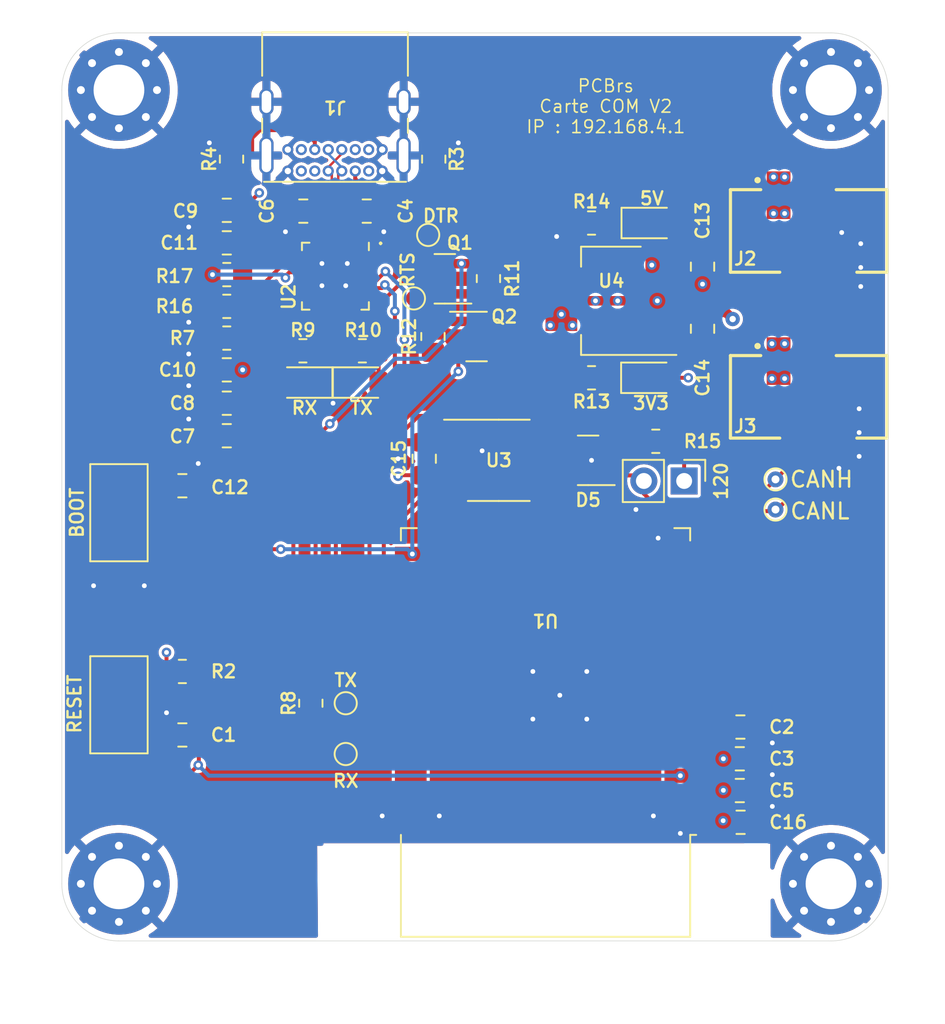
<source format=kicad_pcb>
(kicad_pcb (version 20211014) (generator pcbnew)
  (layers (0 "F.Cu" signal) (1 "In1.Cu" power) (2 "In2.Cu" power) (31 "B.Cu" signal) (34 "B.Paste" user) (35 "F.Paste" user) (36 "B.SilkS" user "B.Silkscreen") (37 "F.SilkS" user "F.Silkscreen") (38 "B.Mask" user) (39 "F.Mask" user) (44 "Edge.Cuts" user))
  (net 0 "")
  (net 1 "GND")
  (net 2 "Net-(R16-Pad1)")
  (net 3 "/EN")
  (net 4 "+3V3")
  (net 5 "/USB+")
  (net 6 "/USB-")
  (net 7 "+5V")
  (net 8 "Net-(R9-Pad2)")
  (net 9 "Net-(D1-Pad2)")
  (net 10 "Net-(D2-Pad2)")
  (net 11 "Net-(D3-Pad1)")
  (net 12 "Net-(D4-Pad1)")
  (net 13 "/CANL")
  (net 14 "/CANH")
  (net 15 "Net-(J1-PadA5)")
  (net 18 "Net-(J1-PadB5)")
  (net 19 "Net-(JP1-Pad1)")
  (net 20 "/RTS")
  (net 21 "Net-(Q1-Pad1)")
  (net 22 "Net-(Q2-Pad1)")
  (net 23 "/IO0")
  (net 24 "/DTR")
  (net 25 "/RX")
  (net 26 "Net-(R8-Pad2)")
  (net 27 "Net-(R10-Pad2)")
  (net 28 "Net-(U2-Pad9)")
  (net 47 "/RXCAN")
  (net 50 "/TXCAN")
  (net 55 "/TX")
  (footprint "Capacitor_SMD:C_0805_2012Metric_Pad1.18x1.45mm_HandSolder" (layer "F.Cu") (at 120.9 117.7 180)
    (fp_text reference "C1")
    (fp_text value "100n")
  )
  (footprint "Capacitor_SMD:C_0805_2012Metric_Pad1.18x1.45mm_HandSolder" (layer "F.Cu") (at 156.0875 117.2 180)
    (fp_text reference "C2")
    (fp_text value "100n")
  )
  (footprint "Capacitor_SMD:C_0805_2012Metric_Pad1.18x1.45mm_HandSolder" (layer "F.Cu") (at 156.05 119.2)
    (fp_text reference "C3")
    (fp_text value "10u")
  )
  (footprint "Capacitor_SMD:C_0805_2012Metric_Pad1.18x1.45mm_HandSolder" (layer "F.Cu") (at 156.05 121.2)
    (fp_text reference "C5")
    (fp_text value "100n")
  )
  (footprint "Capacitor_SMD:C_0805_2012Metric_Pad1.18x1.45mm_HandSolder" (layer "F.Cu") (at 123.7 98.85 180)
    (fp_text reference "C7")
    (fp_text value "10u")
  )
  (footprint "Capacitor_SMD:C_0805_2012Metric_Pad1.18x1.45mm_HandSolder" (layer "F.Cu") (at 123.7 96.8 180)
    (fp_text reference "C8")
    (fp_text value "10u")
  )
  (footprint "Capacitor_SMD:C_0805_2012Metric_Pad1.18x1.45mm_HandSolder" (layer "F.Cu") (at 123.7 94.7 180)
    (fp_text reference "C10")
    (fp_text value "100n")
  )
  (footprint "Capacitor_SMD:C_0805_2012Metric_Pad1.18x1.45mm_HandSolder" (layer "F.Cu") (at 123.7 86.7 180)
    (fp_text reference "C11")
    (fp_text value "100n")
  )
  (footprint "Capacitor_SMD:C_0805_2012Metric_Pad1.18x1.45mm_HandSolder" (layer "F.Cu") (at 120.9 102)
    (fp_text reference "C12")
    (fp_text value "100n")
  )
  (footprint "Capacitor_SMD:C_0805_2012Metric_Pad1.18x1.45mm_HandSolder" (layer "F.Cu") (at 153.7 88.2 90)
    (fp_text reference "C13")
    (fp_text value "10u")
  )
  (footprint "Capacitor_SMD:C_0805_2012Metric_Pad1.18x1.45mm_HandSolder" (layer "F.Cu") (at 153.7 92.1125 -90)
    (fp_text reference "C14")
    (fp_text value "10u")
  )
  (footprint "Capacitor_SMD:C_0805_2012Metric_Pad1.18x1.45mm_HandSolder" (layer "F.Cu") (at 136.15 100.3 90)
    (fp_text reference "C15")
    (fp_text value "100n")
  )
  (footprint "LED_SMD:LED_0805_2012Metric_Pad1.15x1.40mm_HandSolder" (layer "F.Cu") (at 128.5 95.5 180)
    (fp_text reference "RX")
    (fp_text value "LED_RX")
  )
  (footprint "LED_SMD:LED_0805_2012Metric_Pad1.15x1.40mm_HandSolder" (layer "F.Cu") (at 132.25 95.5)
    (fp_text reference "TX")
    (fp_text value "LED_TX")
  )
  (footprint "LED_SMD:LED_0805_2012Metric_Pad1.15x1.40mm_HandSolder" (layer "F.Cu") (at 150.425 95.2)
    (fp_text reference "3V3")
    (fp_text value "LED_33V")
  )
  (footprint "LED_SMD:LED_0805_2012Metric_Pad1.15x1.40mm_HandSolder" (layer "F.Cu") (at 150.45 85.45)
    (fp_text reference "5V")
    (fp_text value "LED_5V")
  )
  (footprint "Package_TO_SOT_SMD:SOT-23" (layer "F.Cu") (at 146.485 100.4 180)
    (fp_text reference "D5")
    (fp_text value "TVS")
  )
  (footprint "Connector_PinHeader_2.54mm:PinHeader_1x02_P2.54mm_Vertical" (layer "F.Cu") (at 152.54 101.7 -90)
    (fp_text reference "120")
    (fp_text value "JUMP")
  )
  (footprint "Package_TO_SOT_SMD:SOT-23" (layer "F.Cu") (at 137.45 88.964999 180)
    (fp_text reference "Q1")
    (fp_text value "Q_NPN_BCE")
  )
  (footprint "Package_TO_SOT_SMD:SOT-23" (layer "F.Cu") (at 139.45 92.6)
    (fp_text reference "Q2")
    (fp_text value "Q_NPN_BCE")
  )
  (footprint "Resistor_SMD:R_0805_2012Metric_Pad1.20x1.40mm_HandSolder" (layer "F.Cu") (at 120.9 113.7)
    (fp_text reference "R2")
    (fp_text value "10K")
  )
  (footprint "Resistor_SMD:R_0805_2012Metric_Pad1.20x1.40mm_HandSolder" (layer "F.Cu") (at 129 115.7 90)
    (fp_text reference "R8")
    (fp_text value "470")
  )
  (footprint "Resistor_SMD:R_0805_2012Metric_Pad1.20x1.40mm_HandSolder" (layer "F.Cu") (at 128.5 93.5)
    (fp_text reference "R9")
    (fp_text value "270")
  )
  (footprint "Resistor_SMD:R_0805_2012Metric_Pad1.20x1.40mm_HandSolder" (layer "F.Cu") (at 132.25 93.5 180)
    (fp_text reference "R10")
    (fp_text value "270")
  )
  (footprint "Resistor_SMD:R_0805_2012Metric_Pad1.20x1.40mm_HandSolder" (layer "F.Cu") (at 140.2 88.95 90)
    (fp_text reference "R11")
    (fp_text value "10K")
  )
  (footprint "Resistor_SMD:R_0805_2012Metric_Pad1.20x1.40mm_HandSolder" (layer "F.Cu") (at 136.7 92.6 -90)
    (fp_text reference "R12")
    (fp_text value "10K")
  )
  (footprint "Resistor_SMD:R_0805_2012Metric_Pad1.20x1.40mm_HandSolder" (layer "F.Cu") (at 146.7 95.2 180)
    (fp_text reference "R13")
    (fp_text value "270")
  )
  (footprint "Resistor_SMD:R_0805_2012Metric_Pad1.20x1.40mm_HandSolder" (layer "F.Cu") (at 146.7 85.45 180)
    (fp_text reference "R14")
    (fp_text value "560")
  )
  (footprint "Resistor_SMD:R_0805_2012Metric_Pad1.20x1.40mm_HandSolder" (layer "F.Cu") (at 150.75 99.2)
    (fp_text reference "R15")
    (fp_text value "120")
  )
  (footprint "Button_Switch_SMD:SW_SPST_FSMSM" (layer "F.Cu") (at 116.9 115.8 -90)
    (fp_text reference "RESET")
    (fp_text value "RST")
  )
  (footprint "Button_Switch_SMD:SW_SPST_FSMSM" (layer "F.Cu") (at 116.9 103.7 -90)
    (fp_text reference "BOOT")
    (fp_text value "BOOT")
  )
  (footprint "RF_Module:ESP32-WROOM-32" (layer "F.Cu") (at 143.8 114.55 180)
    (fp_text reference "U1")
    (fp_text value "ESP32-WROOM-32")
  )
  (footprint "Package_DFN_QFN:QFN-24-1EP_4x4mm_P0.5mm_EP2.6x2.6mm" (layer "F.Cu") (at 130.55 88.8 -90)
    (fp_text reference "U2")
    (fp_text value "CP2102N-A01-GQFN24")
  )
  (footprint "Package_SO:SOIC-8_3.9x4.9mm_P1.27mm" (layer "F.Cu") (at 140.85 100.4)
    (fp_text reference "U3")
    (fp_text value "SN65HVD232")
  )
  (footprint "Package_TO_SOT_SMD:SOT-223-3_TabPin2" (layer "F.Cu") (at 147.95 90.35 180)
    (fp_text reference "U4")
    (fp_text value "NCP1117-3.3_SOT223")
  )
  (footprint "MountingHole:MountingHole_3.2mm_M3_Pad_Via" (layer "F.Cu") (at 116.9 127.075)
    (fp_text reference "H2" hide)
    (fp_text value "M")
  )
  (footprint "MountingHole:MountingHole_3.2mm_M3_Pad_Via" (layer "F.Cu") (at 161.8 127.075)
    (fp_text reference "H4" hide)
    (fp_text value "M")
  )
  (footprint "Capacitor_SMD:C_0805_2012Metric_Pad1.18x1.45mm_HandSolder" (layer "F.Cu") (at 123.7 84.65 180)
    (fp_text reference "C9")
    (fp_text value "10u")
  )
  (footprint "Capacitor_SMD:C_0805_2012Metric_Pad1.18x1.45mm_HandSolder" (layer "F.Cu") (at 132.525 84.7)
    (fp_text reference "C4")
    (fp_text value "47p")
  )
  (footprint "Capacitor_SMD:C_0805_2012Metric_Pad1.18x1.45mm_HandSolder" (layer "F.Cu") (at 128.525 84.7 180)
    (fp_text reference "C6")
    (fp_text value "47p")
  )
  (footprint "Resistor_SMD:R_0805_2012Metric_Pad1.20x1.40mm_HandSolder" (layer "F.Cu") (at 124 81.425 90)
    (fp_text reference "R4")
    (fp_text value "5.1K")
  )
  (footprint "Resistor_SMD:R_0805_2012Metric_Pad1.20x1.40mm_HandSolder" (layer "F.Cu") (at 136.75 81.425 -90)
    (fp_text reference "R3")
    (fp_text value "5.1K")
  )
  (footprint "AREA_lib_Connector:690367290476" (layer "F.Cu") (at 160.4 96.4 180)
    (fp_text reference "J3")
    (fp_text value "CAN")
  )
  (footprint "AREA_lib_Connector:690367290476" (layer "F.Cu") (at 160.4 85.950001 180)
    (fp_text reference "J2")
    (fp_text value "CAN")
  )
  (footprint "MountingHole:MountingHole_3.2mm_M3_Pad_Via" (layer "F.Cu") (at 116.9 77.075)
    (fp_text reference "H1" hide)
    (fp_text value "M")
  )
  (footprint "MountingHole:MountingHole_3.2mm_M3_Pad_Via" (layer "F.Cu") (at 161.8 77.075)
    (fp_text reference "H3" hide)
    (fp_text value "M")
  )
  (footprint "Connector_USB:USB_C_Receptacle_GCT_USB4085" (layer "F.Cu") (at 133.5 82.175 180)
    (fp_text reference "J1")
    (fp_text value "USB_C_Receptacle_USB2.0")
  )
  (footprint "Resistor_SMD:R_0805_2012Metric_Pad1.20x1.40mm_HandSolder" (layer "F.Cu") (at 123.7 92.7)
    (fp_text reference "R7")
    (fp_text value "22k1")
  )
  (footprint "TestPoint:TestPoint_Pad_D1.0mm" (layer "F.Cu") (at 131.2 118.9)
    (fp_text reference "RX")
    (fp_text value "RX")
  )
  (footprint "Resistor_SMD:R_0805_2012Metric_Pad1.20x1.40mm_HandSolder" (layer "F.Cu") (at 123.7 90.7 180)
    (fp_text reference "R16")
    (fp_text value "47k5")
  )
  (footprint "TestPoint:TestPoint_Pad_D1.0mm" (layer "F.Cu") (at 131.2 115.7)
    (fp_text reference "TX")
    (fp_text value "TX")
  )
  (footprint "TestPoint:TestPoint_Pad_D1.0mm" (layer "F.Cu") (at 135.5 90.2)
    (fp_text reference "RTS")
    (fp_text value "RTS")
  )
  (footprint "TestPoint:TestPoint_THTPad_D1.0mm_Drill0.5mm" (layer "F.Cu") (at 158.3 101.6)
    (fp_text reference "CANH")
    (fp_text value "CANH")
  )
  (footprint "TestPoint:TestPoint_THTPad_D1.0mm_Drill0.5mm" (layer "F.Cu") (at 158.3 103.5)
    (fp_text reference "CANL")
    (fp_text value "CANL")
  )
  (footprint "TestPoint:TestPoint_Pad_D1.0mm" (layer "F.Cu") (at 136.4 86.2)
    (fp_text reference "DTR")
    (fp_text value "DTR")
  )
  (footprint "Capacitor_SMD:C_0805_2012Metric_Pad1.18x1.45mm_HandSolder" (layer "F.Cu") (at 156.1 123.2)
    (fp_text reference "C16")
    (fp_text value "10u")
  )
  (footprint "Resistor_SMD:R_0805_2012Metric_Pad1.20x1.40mm_HandSolder" (layer "F.Cu") (at 123.7 88.7 180)
    (fp_text reference "R17")
    (fp_text value "10k")
  )
  (gr_arc (start 116.9 130.675) (mid 114.354416 129.620584) (end 113.3 127.075) (layer "Edge.Cuts") (width 0.0381))
  (gr_line (start 161.8 130.675) (end 116.9 130.675) (layer "Edge.Cuts") (width 0.0381))
  (gr_line (start 165.4 77.075) (end 165.4 127.075) (layer "Edge.Cuts") (width 0.0381))
  (gr_line (start 116.9 73.475) (end 161.8 73.475) (layer "Edge.Cuts") (width 0.0381))
  (gr_arc (start 113.3 77.075) (mid 114.354416 74.529416) (end 116.9 73.475) (layer "Edge.Cuts") (width 0.0381))
  (gr_line (start 113.3 127.075) (end 113.3 77.075) (layer "Edge.Cuts") (width 0.0381))
  (gr_arc (start 161.8 73.475) (mid 164.345584 74.529416) (end 165.4 77.075) (layer "Edge.Cuts") (width 0.0381))
  (gr_arc (start 165.4 127.075) (mid 164.345584 129.620584) (end 161.8 130.675) (layer "Edge.Cuts") (width 0.0381))
  (gr_text "." (at 133.4 86.4) (layer "F.SilkS") (effects (font (size 0.8128 0.8128) (thickness 0.1524))))
  (gr_text "PCBrs\nCarte COM V2\nIP : 192.168.4.1" (at 147.6 78.1) (layer "F.SilkS") (effects (font (size 0.8 0.8) (thickness 0.1))))
  (segment (start 131.3 86.8625) (end 131.3 88) (width 0.25) (layer "F.Cu") (net 1))
  (via (at 146.7 100.4) (size 0.6) (drill 0.3) (layers "F.Cu" "B.Cu") (net 1))
  (via (at 121.3 95.7) (size 0.6) (drill 0.3) (layers "F.Cu" "B.Cu") (net 1))
  (via (at 133.6 86) (size 0.6) (drill 0.3) (layers "F.Cu" "B.Cu") (net 1))
  (via (at 121.3 97.8) (size 0.6) (drill 0.3) (layers "F.Cu" "B.Cu") (net 1))
  (via (at 121.9 100.6) (size 0.6) (drill 0.3) (layers "F.Cu" "B.Cu") (net 1))
  (via (at 121.3 93.7) (size 0.6) (drill 0.3) (layers "F.Cu" "B.Cu") (net 1))
  (via (at 129.7 89.4) (size 0.6) (drill 0.3) (layers "F.Cu" "B.Cu") (net 1))
  (via (at 158.1 118.2) (size 0.6) (drill 0.3) (layers "F.Cu" "B.Cu") (net 1))
  (via (at 163.575 98.650001) (size 0.6) (drill 0.3) (layers "F.Cu" "B.Cu") (net 1))
  (via (at 130.4 96.8) (size 0.6) (drill 0.3) (layers "F.Cu" "B.Cu") (net 1))
  (via (at 143 113.7) (size 0.6) (drill 0.3) (layers "F.Cu" "B.Cu") (net 1))
  (via (at 143 116.7) (size 0.6) (drill 0.3) (layers "F.Cu" "B.Cu") (net 1))
  (via (at 119.9 116.3) (size 0.6) (drill 0.3) (layers "F.Cu" "B.Cu") (net 1))
  (via (at 162.475 86.050001) (size 0.6) (drill 0.3) (layers "F.Cu" "B.Cu") (net 1))
  (via (at 162.3 100.9) (size 0.6) (drill 0.3) (layers "F.Cu" "B.Cu") (net 1))
  (via (at 118.5 108.3) (size 0.6) (drill 0.3) (layers "F.Cu" "B.Cu") (net 1))
  (via (at 131.2 89.4) (size 0.6) (drill 0.3) (layers "F.Cu" "B.Cu") (net 1))
  (via (at 134.5 100.3) (size 0.6) (drill 0.3) (layers "F.Cu" "B.Cu") (net 1))
  (via (at 163.675 89.450001) (size 0.6) (drill 0.3) (layers "F.Cu" "B.Cu") (net 1))
  (via (at 115.3 108.3) (size 0.6) (drill 0.3) (layers "F.Cu" "B.Cu") (net 1))
  (via (at 163.575 97.150001) (size 0.6) (drill 0.3) (layers "F.Cu" "B.Cu") (net 1))
  (via (at 152.3 123.9) (size 0.6) (drill 0.3) (layers "F.Cu" "B.Cu") (net 1))
  (via (at 158.1 122.2) (size 0.6) (drill 0.3) (layers "F.Cu" "B.Cu") (net 1))
  (via (at 150.6 122.8) (size 0.6) (drill 0.3) (layers "F.Cu" "B.Cu") (net 1))
  (via (at 138.3 80.4) (size 0.6) (drill 0.3) (layers "F.Cu" "B.Cu") (net 1))
  (via (at 127.4 86) (size 0.6) (drill 0.3) (layers "F.Cu" "B.Cu") (net 1))
  (via (at 146.4 116.7) (size 0.6) (drill 0.3) (layers "F.Cu" "B.Cu") (net 1))
  (via (at 163.575 100.150001) (size 0.6) (drill 0.3) (layers "F.Cu" "B.Cu") (net 1))
  (via (at 121.3 91.7) (size 0.6) (drill 0.3) (layers "F.Cu" "B.Cu") (net 1))
  (via (at 158.1 120.2) (size 0.6) (drill 0.3) (layers "F.Cu" "B.Cu") (net 1))
  (via (at 144.7 115.2) (size 0.6) (drill 0.3) (layers "F.Cu" "B.Cu") (net 1))
  (via (at 121.3 85.7) (size 0.6) (drill 0.3) (layers "F.Cu" "B.Cu") (net 1))
  (via (at 122.6 80.4) (size 0.6) (drill 0.3) (layers "F.Cu" "B.Cu") (net 1))
  (via (at 131.3 88) (size 0.6) (drill 0.3) (layers "F.Cu" "B.Cu") (net 1))
  (via (at 149.5 103.5) (size 0.6) (drill 0.3) (layers "F.Cu" "B.Cu") (net 1))
  (via (at 129.7 88) (size 0.6) (drill 0.3) (layers "F.Cu" "B.Cu") (net 1))
  (via (at 133.5 122.8) (size 0.6) (drill 0.3) (layers "F.Cu" "B.Cu") (net 1))
  (via (at 137.1 122.8) (size 0.6) (drill 0.3) (layers "F.Cu" "B.Cu") (net 1))
  (via (at 139.8 99.8) (size 0.6) (drill 0.3) (layers "F.Cu" "B.Cu") (net 1))
  (via (at 163.675 86.750001) (size 0.6) (drill 0.3) (layers "F.Cu" "B.Cu") (net 1))
  (via (at 150.9 105.3) (size 0.6) (drill 0.3) (layers "F.Cu" "B.Cu") (net 1))
  (via (at 144.5 86.3) (size 0.6) (drill 0.3) (layers "F.Cu" "B.Cu") (net 1))
  (via (at 146.4 113.7) (size 0.6) (drill 0.3) (layers "F.Cu" "B.Cu") (net 1))
  (via (at 163.675 88.250001) (size 0.6) (drill 0.3) (layers "F.Cu" "B.Cu") (net 1))
  (segment (start 127.25 88.05) (end 124.7 90.6) (width 0.25) (layer "F.Cu") (net 2))
  (segment (start 128.6125 88.05) (end 127.25 88.05) (width 0.25) (layer "F.Cu") (net 2))
  (segment (start 124.7 92.7) (end 124.7 90.7) (width 0.25) (layer "F.Cu") (net 2))
  (segment (start 153.8 117.3) (end 153.9 117.2) (width 0.25) (layer "F.Cu") (net 3))
  (segment (start 153.8 120) (end 153.8 117.3) (width 0.25) (layer "F.Cu") (net 3))
  (segment (start 121.11 120.39) (end 116.9 120.39) (width 0.25) (layer "F.Cu") (net 3))
  (segment (start 123.5 113.7) (end 127.9 109.3) (width 0.25) (layer "F.Cu") (net 3))
  (segment (start 153.535 120.265) (end 153.8 120) (width 0.25) (layer "F.Cu") (net 3))
  (segment (start 127.9 100.4) (end 130.2 98.1) (width 0.25) (layer "F.Cu") (net 3))
  (segment (start 121.9 113.7) (end 123.5 113.7) (width 0.25) (layer "F.Cu") (net 3))
  (segment (start 121.9375 119.5625) (end 121.11 120.39) (width 0.25) (layer "F.Cu") (net 3))
  (segment (start 127.9 109.3) (end 127.9 100.4) (width 0.25) (layer "F.Cu") (net 3))
  (segment (start 152.3 120.265) (end 153.535 120.265) (width 0.25) (layer "F.Cu") (net 3))
  (segment (start 153.9 117.2) (end 155.05 117.2) (width 0.25) (layer "F.Cu") (net 3))
  (segment (start 121.9 113.7) (end 121.9 117.6625) (width 0.25) (layer "F.Cu") (net 3))
  (segment (start 121.9375 117.7) (end 121.9375 119.5625) (width 0.25) (layer "F.Cu") (net 3))
  (segment (start 121.9 117.6625) (end 121.9375 117.7) (width 0.25) (layer "F.Cu") (net 3))
  (via (at 130.2 98.1) (size 0.6) (drill 0.3) (layers "F.Cu" "B.Cu") (net 3))
  (via (at 121.9 119.6) (size 0.6) (drill 0.3) (layers "F.Cu" "B.Cu") (net 3))
  (via (at 152.3 120.265) (size 0.6) (drill 0.3) (layers "F.Cu" "B.Cu") (net 3))
  (via (at 138.5 88) (size 0.6) (drill 0.3) (layers "F.Cu" "B.Cu") (net 3))
  (segment (start 130.2 98.1) (end 134.3 94) (width 0.25) (layer "B.Cu") (net 3))
  (segment (start 134.3 94) (end 135.7 94) (width 0.25) (layer "B.Cu") (net 3))
  (segment (start 135.7 94) (end 136.2 94) (width 0.25) (layer "B.Cu") (net 3))
  (segment (start 152.3 120.265) (end 122.565 120.265) (width 0.25) (layer "B.Cu") (net 3))
  (segment (start 138.5 91.7) (end 138.5 88) (width 0.25) (layer "B.Cu") (net 3))
  (segment (start 122.565 120.265) (end 121.9 119.6) (width 0.25) (layer "B.Cu") (net 3))
  (segment (start 136.2 94) (end 138.5 91.7) (width 0.25) (layer "B.Cu") (net 3))
  (segment (start 155.0125 119.2) (end 155.0125 121.1875) (width 0.4) (layer "F.Cu") (net 4))
  (segment (start 148.35 90.35) (end 150.85 90.35) (width 0.6) (layer "F.Cu") (net 4))
  (segment (start 134.5625 101.3375) (end 134.5 101.4) (width 0.25) (layer "F.Cu") (net 4))
  (segment (start 119.9 113.7) (end 119.9 112.5) (width 0.25) (layer "F.Cu") (net 4))
  (segment (start 153.7 91.075) (end 155.175 91.075) (width 0.6) (layer "F.Cu") (net 4))
  (segment (start 125.75 83.55) (end 125.8 83.5) (width 0.25) (layer "F.Cu") (net 4))
  (segment (start 144.8 90.35) (end 146.95 90.35) (width 0.6) (layer "F.Cu") (net 4))
  (segment (start 128.6 86.9) (end 128.6 87.5375) (width 0.25) (layer "F.Cu") (net 4))
  (segment (start 124.7375 86.7) (end 124.7375 84.65) (width 0.25) (layer "F.Cu") (net 4))
  (segment (start 155.0125 121.1875) (end 155.0125 123.0875) (width 0.4) (layer "F.Cu") (net 4))
  (segment (start 155.0125 123.0875) (end 155 123.1) (width 0.4) (layer "F.Cu") (net 4))
  (segment (start 150.85 90.35) (end 151.1 90.35) (width 0.6) (layer "F.Cu") (net 4))
  (segment (start 124.7375 84.65) (end 124.7375 84.5625) (width 0.25) (layer "F.Cu") (net 4))
  (segment (start 124.7375 84.5625) (end 125.75 83.55) (width 0.25) (layer "F.Cu") (net 4))
  (segment (start 155.0125 122.7875) (end 155 122.8) (width 0.25) (layer "F.Cu") (net 4))
  (segment (start 151.825 91.075) (end 151.1 90.35) (width 0.6) (layer "F.Cu") (net 4))
  (segment (start 124.7 88.7) (end 124.7 86.7375) (width 0.25) (layer "F.Cu") (net 4))
  (segment (start 155.175 91.075) (end 155.6 91.5) (width 0.6) (layer "F.Cu") (net 4))
  (segment (start 129.2625 86.9) (end 129.3 86.8625) (width 0.25) (layer "F.Cu") (net 4))
  (segment (start 128 86.7) (end 128.2 86.9) (width 0.25) (layer "F.Cu") (net 4))
  (segment (start 128.6 86.9) (end 129.2625 86.9) (width 0.25) (layer "F.Cu") (net 4))
  (segment (start 136.3875 101.1) (end 138.31 101.1) (width 0.25) (layer "F.Cu") (net 4))
  (segment (start 124.7 86.7375) (end 124.7375 86.7) (width 0.25) (layer "F.Cu") (net 4))
  (segment (start 151.45 95.2) (end 152.8 95.2) (width 0.25) (layer "F.Cu") (net 4))
  (segment (start 128.6 87.5375) (end 128.6125 87.55) (width 0.25) (layer "F.Cu") (net 4))
  (segment (start 128.2 86.9) (end 128.6 86.9) (width 0.25) (layer "F.Cu") (net 4))
  (segment (start 120 113.6) (end 119.9 113.7) (width 0.25) (layer "F.Cu") (net 4))
  (segment (start 146.95 90.35) (end 148.35 90.35) (width 0.6) (layer "F.Cu") (net 4))
  (segment (start 136.15 101.3375) (end 134.5625 101.3375) (width 0.25) (layer "F.Cu") (net 4))
  (segment (start 154.6775 121.535) (end 155.0125 121.2) (width 0.4) (layer "F.Cu") (net 4))
  (segment (start 152.3 121.535) (end 154.6775 121.535) (width 0.4) (layer "F.Cu") (net 4))
  (segment (start 153.7 91.075) (end 151.825 91.075) (width 0.6) (layer "F.Cu") (net 4))
  (segment (start 124.7375 86.7) (end 128 86.7) (width 0.25) (layer "F.Cu") (net 4))
  (segment (start 138.31 101.1) (end 138.375 101.035) (width 0.25) (layer "F.Cu") (net 4))
  (segment (start 136.15 101.3375) (end 136.3875 101.1) (width 0.25) (layer "F.Cu") (net 4))
  (via (at 144.1 91.9) (size 0.6) (drill 0.3) (layers "F.Cu" "B.Cu") (net 4))
  (via (at 146.95 90.35) (size 0.6) (drill 0.3) (layers "F.Cu" "B.Cu") (net 4))
  (via (at 145.5 91.9) (size 0.6) (drill 0.3) (layers "F.Cu" "B.Cu") (net 4))
  (via (at 150.85 90.35) (size 0.6) (drill 0.3) (layers "F.Cu" "B.Cu") (net 4))
  (via (at 134.5 101.4) (size 0.6) (drill 0.3) (layers "F.Cu" "B.Cu") (net 4))
  (via (at 148.35 90.35) (size 0.6) (drill 0.3) (layers "F.Cu" "B.Cu") (net 4))
  (via (at 144.8 91.2) (size 0.6) (drill 0.3) (layers "F.Cu" "B.Cu") (net 4))
  (via (at 155.0125 119.2) (size 0.6) (drill 0.3) (layers "F.Cu" "B.Cu") (net 4))
  (via (at 155.0125 121.1875) (size 0.6) (drill 0.3) (layers "F.Cu" "B.Cu") (net 4))
  (via (at 155.6 91.5) (size 0.9) (drill 0.4) (layers "F.Cu" "B.Cu") (net 4))
  (via (at 119.9 112.5) (size 0.6) (drill 0.3) (layers "F.Cu" "B.Cu") (net 4))
  (via (at 152.8 95.2) (size 0.6) (drill 0.3) (layers "F.Cu" "B.Cu") (net 4))
  (via (at 125.75 83.55) (size 0.6) (drill 0.3) (layers "F.Cu" "B.Cu") (net 4))
  (via (at 155 123.1) (size 0.6) (drill 0.3) (layers "F.Cu" "B.Cu") (net 4))
  (segment (start 130.728201 83.940701) (end 131.4875 84.7) (width 0.1524) (layer "F.Cu") (net 5))
  (segment (start 130.7282 86.145532) (end 130.7282 86.7907) (width 0.15) (layer "F.Cu") (net 5))
  (segment (start 131.4875 84.7) (end 130.728201 85.459299) (width 0.1524) (layer "F.Cu") (net 5))
  (segment (start 130.728201 82.396799) (end 130.7282 83.2) (width 0.1524) (layer "F.Cu") (net 5))
  (segment (start 130.7282 86.7907) (end 130.8 86.8625) (width 0.15) (layer "F.Cu") (net 5))
  (segment (start 130.95 82.175) (end 130.728201 82.396799) (width 0.1524) (layer "F.Cu") (net 5))
  (segment (start 130.728201 85.459299) (end 130.7282 86.145532) (width 0.1524) (layer "F.Cu") (net 5))
  (segment (start 130.7282 83.2) (end 130.728201 83.940701) (width 0.1524) (layer "F.Cu") (net 5))
  (segment (start 130.1 81.1) (end 130.95 81.95) (width 0.15) (layer "B.Cu") (net 5))
  (segment (start 130.1 80.825) (end 130.1 81.1) (width 0.15) (layer "B.Cu") (net 5))
  (segment (start 130.95 81.95) (end 130.95 82.175) (width 0.15) (layer "B.Cu") (net 5))
  (segment (start 130.1 82.175) (end 130.321799 82.396799) (width 0.1524) (layer "F.Cu") (net 6))
  (segment (start 130.3218 86.145532) (end 130.3218 86.8407) (width 0.15) (layer "F.Cu") (net 6))
  (segment (start 130.1 81.9375) (end 130.95 81.0875) (width 0.15) (layer "F.Cu") (net 6))
  (segment (start 130.321799 82.396799) (end 130.3218 83.2) (width 0.1524) (layer "F.Cu") (net 6))
  (segment (start 130.3218 83.2) (end 130.321799 83.940701) (width 0.1524) (layer "F.Cu") (net 6))
  (segment (start 130.321799 83.940701) (end 129.5625 84.7) (width 0.1524) (layer "F.Cu") (net 6))
  (segment (start 130.3218 86.8407) (end 130.3 86.8625) (width 0.15) (layer "F.Cu") (net 6))
  (segment (start 130.95 81.0875) (end 130.95 80.825) (width 0.15) (layer "F.Cu") (net 6))
  (segment (start 130.1 82.175) (end 130.1 81.9375) (width 0.15) (layer "F.Cu") (net 6))
  (segment (start 129.5625 84.7) (end 130.321799 85.459299) (width 0.1524) (layer "F.Cu") (net 6))
  (segment (start 130.321799 85.459299) (end 130.3218 86.145532) (width 0.1524) (layer "F.Cu") (net 6))
  (segment (start 124.7375 94.7) (end 124.7 94.7) (width 0.25) (layer "F.Cu") (net 7))
  (segment (start 124.7375 96.8) (end 124.7375 94.7) (width 0.25) (layer "F.Cu") (net 7))
  (segment (start 122.7375 92.7) (end 122.7 92.7) (width 0.25) (layer "F.Cu") (net 7))
  (segment (start 151.1 85.825) (end 151.475 85.45) (width 0.25) (layer "F.Cu") (net 7))
  (segment (start 124.7375 94.7) (end 122.7375 92.7) (width 0.25) (layer "F.Cu") (net 7))
  (segment (start 124.7375 98.85) (end 124.7375 96.8) (width 0.25) (layer "F.Cu") (net 7))
  (segment (start 151.1 88.05) (end 151.1 85.825) (width 0.25) (layer "F.Cu") (net 7))
  (via (at 153.7 89.3) (size 0.6) (drill 0.3) (layers "F.Cu" "B.Cu") (net 7))
  (via (at 158.875 95.250001) (size 0.6) (drill 0.3) (layers "F.Cu" "B.Cu") (net 7))
  (via (at 158.875 84.850001) (size 0.6) (drill 0.3) (layers "F.Cu" "B.Cu") (net 7))
  (via (at 158.175 84.850001) (size 0.6) (drill 0.3) (layers "F.Cu" "B.Cu") (net 7))
  (via (at 158.175 82.550001) (size 0.6) (drill 0.3) (layers "F.Cu" "B.Cu") (net 7))
  (via (at 158.075 93.050001) (size 0.6) (drill 0.3) (layers "F.Cu" "B.Cu") (net 7))
  (via (at 158.875 82.550001) (size 0.6) (drill 0.3) (layers "F.Cu" "B.Cu") (net 7))
  (via (at 158.075 95.250001) (size 0.6) (drill 0.3) (layers "F.Cu" "B.Cu") (net 7))
  (via (at 124.7 94.7) (size 0.6) (drill 0.3) (layers "F.Cu" "B.Cu") (net 7))
  (via (at 158.875 93.050001) (size 0.6) (drill 0.3) (layers "F.Cu" "B.Cu") (net 7))
  (via (at 150.5 88.1) (size 0.6) (drill 0.3) (layers "F.Cu" "B.Cu") (net 7))
  (segment (start 129.3 93.3) (end 129.5 93.5) (width 0.25) (layer "F.Cu") (net 8))
  (segment (start 129.3 90.7375) (end 129.3 93.3) (width 0.25) (layer "F.Cu") (net 8))
  (segment (start 127.5 93.5) (end 127.5 95.475) (width 0.25) (layer "F.Cu") (net 9))
  (segment (start 127.5 95.475) (end 127.475 95.5) (width 0.25) (layer "F.Cu") (net 9))
  (segment (start 133.275 95.5) (end 133.275 93.525) (width 0.25) (layer "F.Cu") (net 10))
  (segment (start 133.275 93.525) (end 133.25 93.5) (width 0.25) (layer "F.Cu") (net 10))
  (segment (start 147.7 95.2) (end 149.4 95.2) (width 0.25) (layer "F.Cu") (net 11))
  (segment (start 147.7 85.45) (end 149.425 85.45) (width 0.25) (layer "F.Cu") (net 12))
  (segment (start 158.3 103.6) (end 161.035 100.865) (width 0.25) (layer "F.Cu") (net 13))
  (segment (start 144.535 101.035) (end 144.85 101.35) (width 0.25) (layer "F.Cu") (net 13))
  (segment (start 144.85 101.35) (end 147.485 101.35) (width 0.25) (layer "F.Cu") (net 13))
  (segment (start 150 102.5) (end 151.1 103.6) (width 0.25) (layer "F.Cu") (net 13))
  (segment (start 147.485 101.35) (end 149.65 101.35) (width 0.25) (layer "F.Cu") (net 13))
  (segment (start 143.325 101.035) (end 144.535 101.035) (width 0.25) (layer "F.Cu") (net 13))
  (segment (start 149.65 101.35) (end 150 101.7) (width 0.25) (layer "F.Cu") (net 13))
  (segment (start 150 101.7) (end 150 102.5) (width 0.25) (layer "F.Cu") (net 13))
  (segment (start 151.1 103.6) (end 158.3 103.6) (width 0.25) (layer "F.Cu") (net 13))
  (segment (start 161.035 100.865) (end 161.035 94.15) (width 0.25) (layer "F.Cu") (net 13))
  (segment (start 161.035 94.15) (end 161.035 83.700001) (width 0.25) (layer "F.Cu") (net 13))
  (segment (start 159.765 100.135) (end 159.765 98.65) (width 0.25) (layer "F.Cu") (net 14))
  (segment (start 143.325 99.765) (end 144.635 99.765) (width 0.25) (layer "F.Cu") (net 14))
  (segment (start 147.485 99.45) (end 149.5 99.45) (width 0.25) (layer "F.Cu") (net 14))
  (segment (start 149.75 99.2) (end 151.2 100.65) (width 0.25) (layer "F.Cu") (net 14))
  (segment (start 159.765 98.65) (end 159.765 88.200001) (width 0.25) (layer "F.Cu") (net 14))
  (segment (start 151.2 100.65) (end 151.2 102.8) (width 0.25) (layer "F.Cu") (net 14))
  (segment (start 144.635 99.765) (end 144.95 99.45) (width 0.25) (layer "F.Cu") (net 14))
  (segment (start 149.5 99.45) (end 149.75 99.2) (width 0.25) (layer "F.Cu") (net 14))
  (segment (start 144.95 99.45) (end 147.485 99.45) (width 0.25) (layer "F.Cu") (net 14))
  (segment (start 151.4 103) (end 156.9 103) (width 0.25) (layer "F.Cu") (net 14))
  (segment (start 151.2 102.8) (end 151.4 103) (width 0.25) (layer "F.Cu") (net 14))
  (segment (start 156.9 103) (end 159.765 100.135) (width 0.25) (layer "F.Cu") (net 14))
  (segment (start 131.8 82.669974) (end 132.330026 83.2) (width 0.25) (layer "F.Cu") (net 15))
  (segment (start 132.330026 83.2) (end 135.975 83.2) (width 0.25) (layer "F.Cu") (net 15))
  (segment (start 131.8 82.175) (end 131.8 82.669974) (width 0.25) (layer "F.Cu") (net 15))
  (segment (start 135.975 83.2) (end 136.75 82.425) (width 0.25) (layer "F.Cu") (net 15))
  (segment (start 124 82.425) (end 125.3 81.125) (width 0.25) (layer "F.Cu") (net 18))
  (segment (start 128.519974 79.6) (end 129.25 80.330026) (width 0.25) (layer "F.Cu") (net 18))
  (segment (start 129.25 80.330026) (end 129.25 80.825) (width 0.25) (layer "F.Cu") (net 18))
  (segment (start 125.3 81.125) (end 125.3 80.1) (width 0.25) (layer "F.Cu") (net 18))
  (segment (start 125.3 80.1) (end 125.8 79.6) (width 0.25) (layer "F.Cu") (net 18))
  (segment (start 125.8 79.6) (end 128.519974 79.6) (width 0.25) (layer "F.Cu") (net 18))
  (segment (start 151.75 99.2) (end 152.54 99.99) (width 0.25) (layer "F.Cu") (net 19))
  (segment (start 152.54 99.99) (end 152.54 101.7) (width 0.25) (layer "F.Cu") (net 19))
  (segment (start 132.4875 90.05) (end 133.85 90.05) (width 0.25) (layer "F.Cu") (net 20))
  (segment (start 136.379941 93.6) (end 136.7 93.6) (width 0.25) (layer "F.Cu") (net 20))
  (segment (start 134.935001 88.964999) (end 135.435001 88.964999) (width 0.25) (layer "F.Cu") (net 20))
  (segment (start 133.85 90.05) (end 134.935001 88.964999) (width 0.25) (layer "F.Cu") (net 20))
  (segment (start 135.451501 92.67156) (end 136.379941 93.6) (width 0.25) (layer "F.Cu") (net 20))
  (segment (start 135.435001 88.964999) (end 135.451501 88.981499) (width 0.25) (layer "F.Cu") (net 20))
  (segment (start 135.451501 88.981499) (end 135.451501 92.67156) (width 0.25) (layer "F.Cu") (net 20))
  (segment (start 135.435001 88.964999) (end 136.45 88.964999) (width 0.25) (layer "F.Cu") (net 20))
  (segment (start 140.164999 89.914999) (end 140.2 89.95) (width 0.25) (layer "F.Cu") (net 21))
  (segment (start 138.45 89.914999) (end 140.164999 89.914999) (width 0.25) (layer "F.Cu") (net 21))
  (segment (start 136.7 91.6) (end 138.4 91.6) (width 0.25) (layer "F.Cu") (net 22))
  (segment (start 138.4 91.6) (end 138.45 91.65) (width 0.25) (layer "F.Cu") (net 22))
  (segment (start 116.9 99.11) (end 119.31 99.11) (width 0.25) (layer "F.Cu") (net 23))
  (segment (start 119.9 101.9625) (end 119.8625 102) (width 0.25) (layer "F.Cu") (net 23))
  (segment (start 119.31 99.11) (end 119.9 99.7) (width 0.25) (layer "F.Cu") (net 23))
  (segment (start 138.3 94.8) (end 138.3 93.7) (width 0.25) (layer "F.Cu") (net 23))
  (segment (start 119.8625 102) (end 119.8625 102.9625) (width 0.25) (layer "F.Cu") (net 23))
  (segment (start 119.9 99.7) (end 119.9 101.9625) (width 0.25) (layer "F.Cu") (net 23))
  (segment (start 122.9 106) (end 127.1 106) (width 0.25) (layer "F.Cu") (net 23))
  (segment (start 119.8625 102.9625) (end 122.9 106) (width 0.25) (layer "F.Cu") (net 23))
  (segment (start 138.3 93.7) (end 138.45 93.55) (width 0.25) (layer "F.Cu") (net 23))
  (via (at 127.1 106) (size 0.6) (drill 0.3) (layers "F.Cu" "B.Cu") (net 23))
  (via (at 135.4 106.3) (size 0.6) (drill 0.3) (layers "F.Cu" "B.Cu") (net 23))
  (via (at 138.3 94.8) (size 0.6) (drill 0.3) (layers "F.Cu" "B.Cu") (net 23))
  (segment (start 135.4 106.3) (end 135.4 97.7) (width 0.25) (layer "B.Cu") (net 23))
  (segment (start 135.4 97.7) (end 138.3 94.8) (width 0.25) (layer "B.Cu") (net 23))
  (segment (start 135.1 106) (end 127.1 106) (width 0.25) (layer "B.Cu") (net 23))
  (segment (start 135.4 106.3) (end 135.1 106) (width 0.25) (layer "B.Cu") (net 23))
  (segment (start 141.5 88.3) (end 141.5 92.2) (width 0.25) (layer "F.Cu") (net 24))
  (segment (start 140.2 87) (end 140.2 87.95) (width 0.25) (layer "F.Cu") (net 24))
  (segment (start 140.2 87.95) (end 141.15 87.95) (width 0.25) (layer "F.Cu") (net 24))
  (segment (start 133.270059 88.05) (end 135.120059 86.2) (width 0.25) (layer "F.Cu") (net 24))
  (segment (start 135.120059 86.2) (end 139.4 86.2) (width 0.25) (layer "F.Cu") (net 24))
  (segment (start 141.1 92.6) (end 140.45 92.6) (width 0.25) (layer "F.Cu") (net 24))
  (segment (start 141.15 87.95) (end 141.5 88.3) (width 0.25) (layer "F.Cu") (net 24))
  (segment (start 139.4 86.2) (end 140.2 87) (width 0.25) (layer "F.Cu") (net 24))
  (segment (start 132.4875 88.05) (end 133.270059 88.05) (width 0.25) (layer "F.Cu") (net 24))
  (segment (start 141.5 92.2) (end 141.1 92.6) (width 0.25) (layer "F.Cu") (net 24))
  (segment (start 129 116.7) (end 131.295 118.995) (width 0.25) (layer "F.Cu") (net 25))
  (segment (start 131.295 118.995) (end 135.3 118.995) (width 0.25) (layer "F.Cu") (net 25))
  (segment (start 133.468961 89.55) (end 133.669511 89.34945) (width 0.25) (layer "F.Cu") (net 26))
  (segment (start 129.3 101.1) (end 134.3 96.1) (width 0.25) (layer "F.Cu") (net 26))
  (segment (start 129.3 114.4) (end 129.3 101.1) (width 0.25) (layer "F.Cu") (net 26))
  (segment (start 132.4875 89.55) (end 133.468961 89.55) (width 0.25) (layer "F.Cu") (net 26))
  (segment (start 134.3 96.1) (end 134.3 91) (width 0.25) (layer "F.Cu") (net 26))
  (segment (start 129 114.7) (end 129.3 114.4) (width 0.25) (layer "F.Cu") (net 26))
  (via (at 133.669511 89.34945) (size 0.6) (drill 0.3) (layers "F.Cu" "B.Cu") (net 26))
  (via (at 134.3 91) (size 0.6) (drill 0.3) (layers "F.Cu" "B.Cu") (net 26))
  (segment (start 134.3 91) (end 134.3 89.979939) (width 0.25) (layer "B.Cu") (net 26))
  (segment (start 134.3 89.979939) (end 133.669511 89.34945) (width 0.25) (layer "B.Cu") (net 26))
  (segment (start 129.8 90.7375) (end 129.8 91.6) (width 0.25) (layer "F.Cu") (net 27))
  (segment (start 129.8 91.6) (end 131.25 93.05) (width 0.25) (layer "F.Cu") (net 27))
  (segment (start 131.25 93.05) (end 131.25 93.5) (width 0.25) (layer "F.Cu") (net 27))
  (segment (start 127.65 88.55) (end 127.4 88.8) (width 0.25) (layer "F.Cu") (net 28))
  (segment (start 122.7 88.7) (end 122.8 88.7) (width 0.25) (layer "F.Cu") (net 28))
  (segment (start 128.6125 88.55) (end 127.65 88.55) (width 0.25) (layer "F.Cu") (net 28))
  (segment (start 127.4 88.8) (end 127.4 88.9) (width 0.25) (layer "F.Cu") (net 28))
  (via (at 127.4 88.9) (size 0.6) (drill 0.3) (layers "F.Cu" "B.Cu") (net 28))
  (via (at 122.8 88.7) (size 0.6) (drill 0.3) (layers "F.Cu" "B.Cu") (net 28))
  (segment (start 127.2 88.7) (end 127.4 88.9) (width 0.25) (layer "B.Cu") (net 28))
  (segment (start 122.8 88.7) (end 127.2 88.7) (width 0.25) (layer "B.Cu") (net 28))
  (segment (start 133.6 105.2) (end 136.495 102.305) (width 0.25) (layer "F.Cu") (net 47))
  (segment (start 135.3 107.565) (end 134.165 107.565) (width 0.25) (layer "F.Cu") (net 47))
  (segment (start 133.6 107) (end 133.6 105.2) (width 0.25) (layer "F.Cu") (net 47))
  (segment (start 136.495 102.305) (end 138.375 102.305) (width 0.25) (layer "F.Cu") (net 47))
  (segment (start 134.165 107.565) (end 133.6 107) (width 0.25) (layer "F.Cu") (net 47))
  (segment (start 133.375 111.375) (end 135.3 111.375) (width 0.25) (layer "F.Cu") (net 50))
  (segment (start 132.7 110.7) (end 133.375 111.375) (width 0.25) (layer "F.Cu") (net 50))
  (segment (start 138.375 97.975) (end 138 97.6) (width 0.25) (layer "F.Cu") (net 50))
  (segment (start 138.375 98.495) (end 138.375 97.975) (width 0.25) (layer "F.Cu") (net 50))
  (segment (start 138 97.6) (end 135.8 97.6) (width 0.25) (layer "F.Cu") (net 50))
  (segment (start 135.8 97.6) (end 132.7 100.7) (width 0.25) (layer "F.Cu") (net 50))
  (segment (start 132.7 100.7) (end 132.7 110.7) (width 0.25) (layer "F.Cu") (net 50))
  (segment (start 130.576511 100.923489) (end 130.576511 115.076511) (width 0.25) (layer "F.Cu") (net 55))
  (segment (start 130.576511 115.076511) (end 133.225 117.725) (width 0.25) (layer "F.Cu") (net 55))
  (segment (start 134.9 96.6) (end 130.576511 100.923489) (width 0.25) (layer "F.Cu") (net 55))
  (segment (start 133.225 117.725) (end 135.3 117.725) (width 0.25) (layer "F.Cu") (net 55))
  (segment (start 134.9 92.8) (end 134.9 96.6) (width 0.25) (layer "F.Cu") (net 55))
  (segment (start 133.15 89.05) (end 133.7 88.5) (width 0.25) (layer "F.Cu") (net 55))
  (segment (start 132.4875 89.05) (end 133.15 89.05) (width 0.25) (layer "F.Cu") (net 55))
  (via (at 133.7 88.5) (size 0.6) (drill 0.3) (layers "F.Cu" "B.Cu") (net 55))
  (via (at 134.9 92.8) (size 0.6) (drill 0.3) (layers "F.Cu" "B.Cu") (net 55))
  (segment (start 134.9 92.8) (end 134.9 89.7) (width 0.25) (layer "B.Cu") (net 55))
  (segment (start 134.9 89.7) (end 133.7 88.5) (width 0.25) (layer "B.Cu") (net 55))
  (zone (net 1) (net_name "GND") (layers "F.Cu" "In2.Cu" "B.Cu") (connect_pads (clearance 0.2)) (min_thickness 0.254) (fill yes (thermal_gap 0.508) (thermal_bridge_width 0.508))
    (polygon (pts (xy 165.8 131.9) (xy 111.4 131.9) (xy 111.4 73.2) (xy 165.8 73.2)))
  )
  (zone (net 0) (net_name "") (layers "F.Cu" "In1.Cu" "In2.Cu" "B.Cu") (connect_pads (clearance 0)) (min_thickness 0.2)
    (keepout (tracks not_allowed) (vias not_allowed) (pads allowed) (copperpour not_allowed) (footprints allowed))
    (fill (thermal_gap 0.3) (thermal_bridge_width 0.3))
    (polygon (pts (xy 157.970331 124.55) (xy 158.025 135.7) (xy 129.502335 135.935) (xy 129.397666 124.685)))
  )
)
</source>
